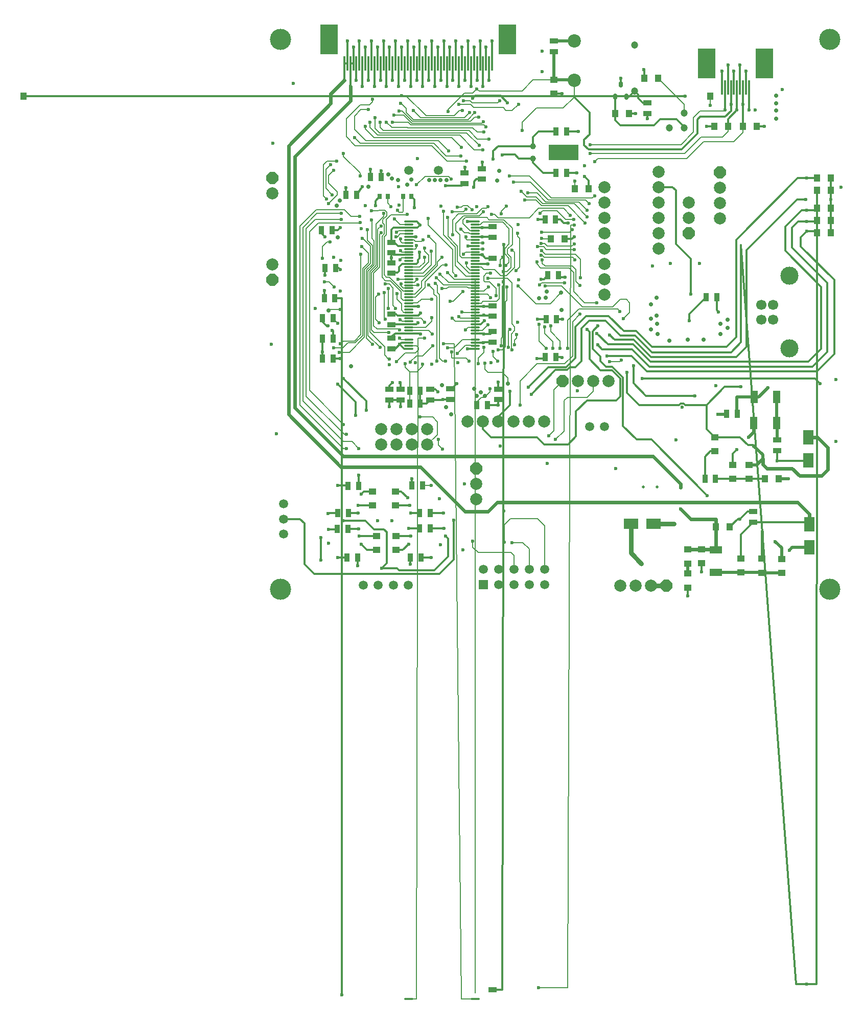
<source format=gbl>
%FSTAX24Y24*%
%MOMM*%
%SFA1B1*%

%IPPOS*%
%AMD34*
4,1,8,0.162560,0.500380,-0.162560,0.500380,-0.325120,0.337820,-0.325120,-0.337820,-0.162560,-0.500380,0.162560,-0.500380,0.325120,-0.337820,0.325120,0.337820,0.162560,0.500380,0.0*
1,1,0.326000,0.162560,0.337820*
1,1,0.326000,-0.162560,0.337820*
1,1,0.326000,-0.162560,-0.337820*
1,1,0.326000,0.162560,-0.337820*
%
%AMD51*
4,1,8,-1.000760,-0.414020,-0.414020,-1.000760,0.414020,-1.000760,1.000760,-0.414020,1.000760,0.414020,0.414020,1.000760,-0.414020,1.000760,-1.000760,0.414020,-1.000760,-0.414020,0.0*
%
%AMD53*
4,1,8,-0.414020,1.000760,-1.000760,0.414020,-1.000760,-0.414020,-0.414020,-1.000760,0.414020,-1.000760,1.000760,-0.414020,1.000760,0.414020,0.414020,1.000760,-0.414020,1.000760,0.0*
%
%ADD10R,0.999998X1.299997*%
%ADD19R,0.299999X4.999990*%
%ADD20R,2.999994X4.999990*%
%ADD21R,0.299999X3.999992*%
%ADD27R,1.749997X2.399995*%
%ADD28R,0.849998X1.399997*%
%ADD29R,1.399997X0.849998*%
%ADD30R,1.299997X0.999998*%
G04~CAMADD=34~8~0.0~0.0~255.9~393.7~64.2~0.0~15~0.0~0.0~0.0~0.0~0~0.0~0.0~0.0~0.0~0~0.0~0.0~0.0~0.0~255.9~393.7*
%ADD34D34*%
%ADD37C,0.299999*%
%ADD38C,0.152000*%
%ADD39C,0.200000*%
%ADD40C,0.799998*%
%ADD41C,0.499999*%
%ADD42C,0.599999*%
%ADD43C,0.319999*%
%ADD46C,1.499997*%
%ADD47C,0.699999*%
%ADD48C,1.999996*%
%ADD49C,1.199998*%
%ADD50R,1.499997X1.499997*%
G04~CAMADD=51~4~0.0~0.0~787.5~787.5~0.0~230.6~0~0.0~0.0~0.0~0.0~0~0.0~0.0~0.0~0.0~0~0.0~0.0~0.0~135.0~787.5~787.5*
%ADD51D51*%
%ADD52C,2.199996*%
G04~CAMADD=53~4~0.0~0.0~787.5~787.5~0.0~230.6~0~0.0~0.0~0.0~0.0~0~0.0~0.0~0.0~0.0~0~0.0~0.0~0.0~45.0~787.5~787.5*
%ADD53D53*%
%ADD54C,1.699997*%
%ADD55C,2.999994*%
%ADD56C,0.100000*%
%ADD57C,0.999998*%
%ADD58C,0.599999*%
%ADD59C,3.499993*%
%ADD60C,0.499999*%
%ADD61R,1.999996X1.249998*%
%ADD62O,1.599997X0.299999*%
%ADD63R,1.249998X1.999996*%
%ADD64R,2.399995X1.749997*%
%ADD65R,4.999990X2.499995*%
%ADD66R,0.799998X0.899998*%
%LN769bi_ltdc-1*%
%LPD*%
G54D10*
X1151999Y1645499D03*
X1174999D03*
X997499Y1379249D03*
X1020499D03*
X1338749Y1565999D03*
X1315749D03*
X1267999D03*
X1290999D03*
X1438499Y1429999D03*
X1461499D03*
X1438499Y1389999D03*
X1461499D03*
X1438499Y1409999D03*
X1461499D03*
Y1479999D03*
X1438499D03*
Y1459999D03*
X1461499D03*
X1293999Y902499D03*
X1270999D03*
X1375249Y982249D03*
X1352249D03*
X1126749Y1587249D03*
X1103749D03*
X1037249Y1462249D03*
X1060249D03*
X1261249Y1615499D03*
X123825D03*
G54D19*
X1325999Y1617499D03*
X1310999Y1642499D03*
X1305999Y1617499D03*
X1290999Y1642499D03*
X1285999Y1617499D03*
X700249Y1682249D03*
X740249D03*
X725249Y1657249D03*
X705249D03*
X685249D03*
X680249Y1682249D03*
X665249Y1657249D03*
X660249Y1682249D03*
X720249D03*
X760249D03*
X765249Y1657249D03*
X745249D03*
X780249Y1682249D03*
X785249Y1657249D03*
X805249D03*
X800249Y1682249D03*
X820249D03*
X825249Y1657249D03*
X840249Y1682249D03*
X845249Y1657249D03*
X860249Y1682249D03*
X865249Y1657249D03*
X880249Y1682249D03*
X885249Y1657249D03*
X900249Y1682249D03*
G54D20*
X1255999Y1669999D03*
X1350999D03*
X925249Y1709749D03*
X630249D03*
G54D21*
X1280999Y1637499D03*
X1320999D03*
X1315999Y1622499D03*
X1300999Y1637499D03*
X1295999Y1622499D03*
X895249Y1662249D03*
X890249Y1677249D03*
X875249Y1662249D03*
X870249Y1677249D03*
X855249Y1662249D03*
X850249Y1677249D03*
X835249Y1662249D03*
X830249Y1677249D03*
X810249D03*
X815249Y1662249D03*
X795249D03*
X775249D03*
X790249Y1677249D03*
X770249D03*
X750249D03*
X755249Y1662249D03*
X735249D03*
X73025Y1677249D03*
X715249Y1662249D03*
X710249Y1677249D03*
X690249D03*
X695249Y1662249D03*
X655249D03*
X670249Y1677249D03*
X675249Y1662249D03*
G54D27*
X1425999Y907249D03*
Y869249D03*
X1423999Y1050999D03*
Y1012999D03*
G54D28*
X678749Y970999D03*
X661249D03*
X636749Y1248249D03*
X619249D03*
X874999Y1104249D03*
X892499D03*
X1272249Y1283249D03*
X1254749D03*
X698749Y1481749D03*
X716249D03*
X657999Y1452249D03*
X675499D03*
X617499Y1393999D03*
X635D03*
X623499Y1331499D03*
X640999D03*
X619249Y1214749D03*
X636749D03*
X636499Y1181499D03*
X618999D03*
X1005749Y1183749D03*
X988249D03*
X1006999Y1246249D03*
X989499D03*
X1010249Y1319249D03*
X992749D03*
X1005249Y1411499D03*
X987749D03*
X1006249Y1488999D03*
X1023749D03*
X1006249Y1556999D03*
X1023749D03*
X1288749Y1089749D03*
X1306249D03*
X1252749Y982499D03*
X1270249D03*
X782249Y852499D03*
X764749D03*
X779749Y900249D03*
X797249D03*
X779999Y925499D03*
X797499D03*
X622249Y1281499D03*
X639749D03*
X780999Y1106999D03*
X763499D03*
X780999Y1128469D03*
X763499D03*
X644749Y925499D03*
X662249D03*
X643499Y899279D03*
X660999D03*
X677499Y852499D03*
X659999D03*
X767499Y971249D03*
X784999D03*
G54D29*
X732969Y1254929D03*
Y1237429D03*
X900719Y1251429D03*
Y1268929D03*
X732999Y1322499D03*
Y1339999D03*
X733219Y1373929D03*
Y1356429D03*
X732969Y1197679D03*
Y1215179D03*
X901309Y1399679D03*
Y1382179D03*
X901189Y136525D03*
Y1347749D03*
X901219Y1225929D03*
Y1208429D03*
X883499Y1478249D03*
Y1495749D03*
X853999Y1488749D03*
Y1471249D03*
X729999Y1130249D03*
Y1112749D03*
X748249D03*
Y1130249D03*
X797499Y1112749D03*
Y1130249D03*
X830999Y1113749D03*
Y1131249D03*
X1372249Y1046499D03*
Y1028999D03*
X1332999Y910499D03*
Y927999D03*
X1002749Y1689499D03*
Y1706999D03*
X1157499Y1604749D03*
Y1587249D03*
X909999Y1130999D03*
Y1113499D03*
G54D30*
X1312749Y827249D03*
Y850249D03*
X1325749Y982499D03*
Y1005499D03*
X1268999Y1027999D03*
Y1050999D03*
X1002749Y1619749D03*
Y1642749D03*
X1347249Y826999D03*
Y849999D03*
X1298999Y982499D03*
Y1005499D03*
X1379749Y849749D03*
Y826749D03*
X708499Y887499D03*
Y864499D03*
X740999D03*
Y887499D03*
X740249Y938249D03*
Y961249D03*
X702249D03*
Y938249D03*
X1224249Y842249D03*
Y865249D03*
X1247479Y842499D03*
Y865499D03*
X1224499Y8255D03*
Y802499D03*
G54D34*
X1113249Y1634999D03*
X1103749Y1614999D03*
X1122749D03*
G54D37*
X678749Y970999D02*
Y988499D01*
X1032499Y1379249D02*
X1035999Y1382749D01*
X1020499Y1379249D02*
X1032499D01*
X1052999Y1482999D02*
X1060249Y1475749D01*
Y1462249D02*
Y1475749D01*
X1018749Y1405999D02*
X1025999D01*
X1013249Y1411499D02*
X1018749Y1405999D01*
X1005249Y1411499D02*
X1013249D01*
X830249Y1694749D02*
D01*
X850249D02*
D01*
X870249D02*
D01*
X890249D02*
D01*
X785249Y1632249D02*
D01*
X865249D02*
D01*
X885249D02*
D01*
X993249Y1316499D02*
X993499Y1316249D01*
X993749Y1316499*
X1372249Y1012499D02*
X1423499D01*
X1423999Y1012999*
X748249Y1101499D02*
Y1112749D01*
X729999D02*
X748249D01*
X1226499Y1244499D02*
Y1254999D01*
X1254749Y1283249*
X1272249Y1261499D02*
X1275249Y1258499D01*
X1272249Y1261499D02*
Y1283249D01*
X1176499Y1465349D02*
X1199399D01*
X1204749Y1459999*
Y1370999D02*
Y1459999D01*
Y1370999D02*
X1229499Y1346249D01*
Y1288249D02*
Y1346249D01*
X1060249Y1462249D02*
X1060499Y1461999D01*
X1240499Y1576999D02*
X1244999Y1581499D01*
X1240499Y1553989D02*
Y1576999D01*
X1214259Y1527749D02*
X1240499Y1553989D01*
X1059749Y1527749D02*
X1214259D01*
X617499Y1388999D02*
X623499Y1382999D01*
X617499Y1388999D02*
Y1393999D01*
X635D02*
X635249Y1393749D01*
X644499*
X648749Y1397999*
X623499Y1319499D02*
Y1331499D01*
X622249Y1294249D02*
D01*
Y1281499D02*
Y1294249D01*
X618749Y1192499D02*
X618999Y1192249D01*
Y1181499D02*
Y1192249D01*
X1304499Y1216749D02*
Y1377749D01*
X1288749Y1200999D02*
X1304499Y1216749D01*
Y1377749D02*
X1406749Y1479999D01*
X1092249Y1204749D02*
X1133999D01*
X1295999Y1191999D02*
X1312499Y1208499D01*
Y1369499*
X1403499Y14605*
X1082249Y1196749D02*
X1132499D01*
X1090999Y1185999D02*
X1131499D01*
X1455749Y1192749D02*
Y1306499D01*
X1445749Y1197749D02*
Y1300249D01*
X1385749Y1360249D02*
X1445749Y1300249D01*
X1397499Y1364749D02*
X1455749Y1306499D01*
X1411499Y1367249D02*
X1467249Y1311499D01*
Y1189249D02*
Y1311499D01*
X1385749Y1360249D02*
Y1399749D01*
X1397499Y1364749D02*
Y1398249D01*
X1411499Y1367249D02*
Y1381999D01*
X1134249Y1140749D02*
Y1169749D01*
X1385749Y1399749D02*
X1413249Y1427249D01*
X1421499*
X1073999Y1222999D02*
X1092249Y1204749D01*
X1074999Y1203999D02*
X1082249Y1196749D01*
X1411499Y1381999D02*
X1421499Y1391999D01*
X1397499Y1398249D02*
X1407249Y1407999D01*
X770999Y1430999D02*
Y1444999D01*
X765999Y1449999D02*
X770999Y1444999D01*
X706999Y1434499D02*
Y1442499D01*
X714249Y1449749*
X716249Y1481749D02*
Y1491999D01*
X1151749Y1659999D02*
X1151999Y1659749D01*
Y1645499D02*
Y1659749D01*
X1218499Y1563249D02*
Y1564999D01*
X1205749Y1577749D02*
X1218499Y1564999D01*
X1178749Y1577749D02*
X1205749D01*
X1168499Y1567499D02*
X1178749Y1577749D01*
X1112249Y1567499D02*
X1168499D01*
X1103749Y1575999D02*
X1112249Y1567499D01*
X1103749Y1575999D02*
Y1587249D01*
X1126999Y1614999D02*
X1136249Y1624249D01*
X1122749Y1614999D02*
X1126999D01*
X1036249Y1614499D02*
X1061749Y1588999D01*
Y1552499D02*
Y1588999D01*
X1052749Y1543499D02*
X1061749Y1552499D01*
X1052749Y1534749D02*
Y1543499D01*
Y1534749D02*
X1059749Y1527749D01*
X1295999Y1591249D02*
Y1604999D01*
X1157499Y1578499D02*
Y1587249D01*
X1149749Y1604749D02*
X1157499D01*
X1141999Y1612499D02*
X1149749Y1604749D01*
X1141999Y1612499D02*
Y1618499D01*
X1136249Y1624249D02*
X1141999Y1618499D01*
X1126749Y1587249D02*
X1138249D01*
X1103749D02*
Y1614999D01*
X1113249Y1634999D02*
Y1645749D01*
X1406749Y1479999D02*
X1421749D01*
X1403499Y14605D02*
X1421499D01*
X1407249Y1407999D02*
X1421749D01*
X762469Y1382929D02*
X773999D01*
X859719Y1197929D02*
X872469D01*
X884649Y1064849D02*
Y1077249D01*
X745999Y830999D02*
X804499D01*
X742499Y834499D02*
X745999Y830999D01*
X717499Y834499D02*
X742499D01*
X717499D02*
X725499Y842499D01*
Y894249*
X823249Y887249D02*
X827499Y882999D01*
X720999Y898749D02*
X725499Y894249D01*
X704249Y898749D02*
X720999D01*
X689999Y912999D02*
X704249Y898749D01*
X653999Y912999D02*
X689999D01*
X836499Y848749D02*
Y914249D01*
X812499Y824749D02*
X836499Y848749D01*
X616499Y848249D02*
Y884749D01*
X605499Y824749D02*
X812499D01*
X588999Y841249D02*
X605499Y824749D01*
X588999Y841249D02*
Y908749D01*
X581749Y915999D02*
X588999Y908749D01*
X554249Y915999D02*
X581749D01*
X764999Y840749D02*
Y851819D01*
X764529Y852279D02*
X764999Y851819D01*
X657999Y1452249D02*
Y1464249D01*
X916999Y1517999D02*
X917999Y1518999D01*
X909999Y1532999D02*
X967999D01*
X901999Y1524999D02*
X909999Y1532999D01*
X967999D02*
X968249Y1532749D01*
X881679Y1237929D02*
X887749Y1243999D01*
X872469Y1237929D02*
X881679D01*
X872469Y1252929D02*
X900469D01*
X777929D02*
X781499Y1256499D01*
X743319Y1252929D02*
X777929D01*
X780539Y1402569D02*
X780679D01*
X780749Y1402499*
X919749Y1368249D02*
Y1370249D01*
X916749Y136525D02*
X919749Y1368249D01*
X1323999Y1037999D02*
X1332999D01*
X1310999Y1050999D02*
X1323999Y1037999D01*
X1268999Y1050999D02*
X1310999D01*
X1332999Y1037999D02*
X1333999Y1036999D01*
X1255999Y1565999D02*
X1267999D01*
X1338749D02*
X1350999D01*
X1315999Y1566249D02*
Y1604999D01*
X901999Y1511999D02*
Y1524999D01*
X917999Y1518999D02*
X937999D01*
X944249Y1512749*
X968249*
X1023749Y1488999D02*
X1040999D01*
X1023749Y1556999D02*
X1042999D01*
X967999Y1512499D02*
X968249Y1512749D01*
X976999Y1556999D02*
X1006249D01*
X968249Y1548249D02*
X976999Y1556999D01*
X968249Y1532749D02*
Y1548249D01*
X1312749Y850249D02*
Y890249D01*
X1252749Y982499D02*
X1252999Y982749D01*
Y1019249*
X1261749Y1027999*
X1268999*
X1372249Y1012499D02*
Y1028999D01*
X1270249Y982499D02*
X1298999D01*
X1351999D02*
X1352249Y982249D01*
X1325749Y982499D02*
X1351999D01*
X1298999D02*
X1325749D01*
X657749Y1451999D02*
X657999Y1452249D01*
X975999Y1411499D02*
X987749D01*
X1007749Y1246999D02*
X1016999D01*
X869969Y1464719D02*
X870249Y1464999D01*
Y1474749*
X873749Y1478249*
X883499*
Y1495749D02*
X883749Y1495999D01*
Y1506499*
X855499Y1490249D02*
Y1497749D01*
X853999Y1488749D02*
X855499Y1490249D01*
X698749Y1481749D02*
Y1494999D01*
X622249Y1281499D02*
D01*
X636499Y1181499D02*
X636749Y1181249D01*
X648749*
X618749Y1181749D02*
X618999Y1181499D01*
X729999Y1101749D02*
Y1112749D01*
Y1130249D02*
Y1136809D01*
X909999Y1104249D02*
Y1113499D01*
X1005249Y1181249D02*
X1005499Y1180999D01*
X1006999Y1246249D02*
X1007749Y1246999D01*
X909969Y1142279D02*
X909999Y1142249D01*
Y1130999D02*
Y1142249D01*
X797249Y900249D02*
X820249D01*
X764529Y852279D02*
X764749Y852499D01*
X872469Y1207929D02*
X885929D01*
X872469D02*
D01*
X885929D02*
X885999Y1207999D01*
X872469Y1207929D02*
X872539Y1207999D01*
X885999D02*
X886429Y1208429D01*
X901219*
X897789Y1222499D02*
X901219Y1225929D01*
X886499Y1222499D02*
X897789D01*
X886069Y1222929D02*
X886499Y1222499D01*
X872469Y1222929D02*
X886069D01*
X900309Y1383179D02*
X901309Y1382179D01*
X883999Y1383179D02*
X900309D01*
X901189Y136525D02*
X916749D01*
X899629Y1397999D02*
X901309Y1399679D01*
X884249Y1397999D02*
X899629D01*
X883749Y1382929D02*
X883999Y1383179D01*
X872469Y1382929D02*
X883749D01*
X889499Y1347749D02*
X901189D01*
X884249Y1352999D02*
X889499Y1347749D01*
X884179Y1352929D02*
X884249Y1352999D01*
X872469Y1352929D02*
X884179D01*
Y1397929D02*
X884249Y1397999D01*
X872469Y1397929D02*
X884179D01*
X872469Y1337929D02*
X893499D01*
X872469D02*
D01*
X779999Y1347749D02*
Y1357499D01*
X731719Y1237929D02*
D01*
X872469Y1267929D02*
X900469D01*
X872469Y1222929D02*
D01*
X732969Y1218179D02*
X739719Y1222929D01*
X737769Y1356729D02*
D01*
X737779Y1356679D02*
D01*
D01*
D01*
Y1356689D02*
Y1356679D01*
X733469Y1374929D02*
Y1394929D01*
X736469Y1397929*
X733519Y1355439D02*
X734049Y1355599D01*
X737769Y1356729*
X733219Y1356429D02*
X734049Y1355599D01*
X737779Y1356689D02*
D01*
X737769Y1356729D02*
X737779Y1356689D01*
X733219Y1347969D02*
Y1355349D01*
Y1356429*
X732689Y1355179D02*
X733219Y1355349D01*
X733519Y1355439*
X733219Y1340219D02*
Y1347969D01*
X732999Y1339999D02*
X733219Y1340219D01*
X734049Y1355599D02*
X736719Y1352929D01*
X762469*
X746249Y1332749D02*
X751429Y1337929D01*
X746249Y1326499D02*
Y1332749D01*
X743499Y1323749D02*
X746249Y1326499D01*
X734249Y1323749D02*
X743499D01*
X732999Y1322499D02*
X734249Y1323749D01*
X736469Y1397929D02*
X776179D01*
X780749Y1402499*
X762469Y1407929D02*
X775319D01*
X780749Y1402499*
X739719Y1222929D02*
X762469D01*
X762539Y1222999*
X780499*
X781749Y1221749*
X732969Y1254929D02*
X741319D01*
X743319Y1252929*
X860069Y1367929D02*
X872469D01*
X762469Y1267929D02*
X762599Y1268059D01*
X778539*
X731719Y1237929D02*
X774429D01*
X777499Y1240999*
X1461499Y1459999D02*
Y1479999D01*
Y1409999D02*
Y1429999D01*
Y1389999D02*
Y1409999D01*
X1421749Y1479999D02*
X1438499D01*
X1421499Y14605D02*
X1437999D01*
X1438499Y1459999*
X1421499Y1427249D02*
X1435749D01*
X1438499Y1429999*
X1421749Y1407999D02*
X1436499D01*
X1438499Y1409999*
X1421499Y1391999D02*
X1436499D01*
X1438499Y1389999*
X724999Y1131809D02*
X729999Y1130249D01*
X684749Y1466249D02*
X684999Y1465999D01*
X675499Y1452249D02*
X684749Y1466249D01*
X853999Y1471249D02*
Y1471749D01*
X975749Y1246499D02*
X989499Y1246249D01*
X797499Y925499D02*
X819749D01*
X643999Y971499D02*
X660749D01*
X782249Y852499D02*
X799749D01*
X1002749Y1619749D02*
X1015749D01*
X1312749Y890249D02*
X1332999Y910499D01*
X1422749*
X1425999Y907249*
X1255499Y1064499D02*
X1268999Y1050999D01*
X1255499Y1064499D02*
Y1104499D01*
X1298999Y1005499D02*
Y1024249D01*
X1305249Y1030499*
X729999Y1136809D02*
X734969Y1141779D01*
X929749Y1104749D02*
Y1127249D01*
X910049Y1085049D02*
X929749Y1104749D01*
X910049Y1077249D02*
Y1085049D01*
X822749Y1467249D02*
X849999D01*
X853999Y1471249*
X967999Y1505499D02*
Y1512499D01*
Y1505499D02*
X984499Y1488999D01*
X1006249*
X830999Y1131249D02*
X833249D01*
X841749Y1139749*
X818499Y1113749D02*
X830999D01*
X892499Y1104249D02*
X909999D01*
X748249Y1130249D02*
Y1140999D01*
X747499Y1141749D02*
X748249Y1140999D01*
X780999Y1106999D02*
Y1128469D01*
Y1106999D02*
X791749D01*
X797499Y1112749*
X817499*
X818499Y1113749*
X797499Y1130249D02*
X806249D01*
X810249Y1126249*
X751429Y1337929D02*
X762469D01*
X774679*
X777249Y1340499*
Y1344999*
X779999Y1347749*
X738719Y1373429D02*
X74422Y1367929D01*
X761719*
X640999Y1331499D02*
X645999D01*
X648749Y1328749*
X639749Y1281499D02*
X650999D01*
X651069Y128143*
X1293999Y902499D02*
X1307249Y915749D01*
X1310999*
X1323249Y927999D02*
X1332999D01*
X1310999Y915749D02*
X1323249Y927999D01*
X859319Y1407929D02*
X872469D01*
X1461499Y1429999D02*
Y1444999D01*
Y1459999*
X655249Y1669749D02*
X660249D01*
X665249D02*
X670249D01*
X754319Y1197929D02*
X762469D01*
X747249Y1204999D02*
X754319Y1197929D01*
X750179Y1207929D02*
X762469D01*
X747249Y1204999D02*
X750179Y1207929D01*
X732969Y1197679D02*
X739929D01*
X747249Y1204999*
X619249Y1192999D02*
Y1214749D01*
X618749Y1192499D02*
X619249Y1192999D01*
Y1241999D02*
Y1248249D01*
Y1241999D02*
X625999Y1235249D01*
X627999*
X636749Y1214749D02*
Y1226999D01*
X635499Y1228249D02*
X636749Y1226999D01*
X1220009Y1104499D02*
X1255499D01*
X1217489Y1107019D02*
X1220009Y1104499D01*
X1212509Y1107019D02*
X1217489D01*
X1209989Y1104499D02*
X1212509Y1107019D01*
X1144249Y1104499D02*
X1209989D01*
X1123999Y1124749D02*
X1144249Y1104499D01*
X1123999Y1124749D02*
Y1158249D01*
X1123749Y1158499D02*
X1123999Y1158249D01*
X1133999Y1204749D02*
X1162749Y1175999D01*
X1423999*
X1445749Y1197749*
X1132499Y1196749D02*
X1160999Y1168249D01*
X1431249*
X1455749Y1192749*
X1285749Y1134749D02*
X1312499D01*
X1255499Y1104499D02*
X1285749Y1134749D01*
X1148749Y1148249D02*
X1434999D01*
X1443249Y1139999*
X1131499Y1185999D02*
X1156999Y1160499D01*
X1438499*
X1467249Y1189249*
X1163999Y1047249D02*
X1256499Y954749D01*
X1061999Y1180249D02*
Y1225499D01*
X1057499Y1229999D02*
X1061999Y1225499D01*
X1066519Y1226519D02*
X1075499Y1235499D01*
X1075749*
X678249Y938249D02*
X701469D01*
X662249Y925499D02*
X678499D01*
X628749D02*
X644749D01*
X628499Y925249D02*
X628749Y925499D01*
X661469Y899749D02*
X679499D01*
X660999Y899279D02*
X661469Y899749D01*
X643219Y898999D02*
X643499Y899279D01*
X628999Y898999D02*
X643219D01*
X644499Y852499D02*
X659999D01*
X677499Y838499D02*
Y852499D01*
X677249Y838249D02*
X677499Y838499D01*
X680249Y887249D02*
X708249D01*
X708499Y887499*
X682999Y873749D02*
X692249Y864499D01*
X708499*
X767499Y971249D02*
Y982249D01*
D01*
X804499Y830999D02*
X827499Y853999D01*
Y882999*
X752249Y864499D02*
X762249Y874499D01*
X740999Y864499D02*
X752249D01*
X741249Y887249D02*
X765749D01*
X740999Y887499D02*
X741249Y887249D01*
X779499Y900499D02*
X779749Y900249D01*
X740249Y938249D02*
X763999D01*
X749749Y961249D02*
X760249Y950749D01*
X740249Y961249D02*
X749749D01*
X653749Y1148499D02*
X691499Y1110749D01*
Y1095749D02*
X691999D01*
X644499Y1138749D02*
X673999Y1109249D01*
Y1087249D02*
Y1109249D01*
X691499Y1095749D02*
Y1110749D01*
X765249Y925499D02*
X779999D01*
X762Y899999D02*
X778999D01*
X779499Y900499*
X683249Y956749D02*
X687749Y961249D01*
X702249*
X1066519Y1197229D02*
Y1226519D01*
X1139499Y1047249D02*
X1163999D01*
X1005749Y1183749D02*
X1015499D01*
X1015749Y1183499*
X974679Y1181429D02*
X985929D01*
X988249Y1183749*
X959999Y1133999D02*
X992999Y1166999D01*
X1022749*
X1037999Y1182249*
Y1233999*
X964999Y1121999D02*
X1005479Y1162479D01*
X1024619*
X1029139Y1166999*
X1037749*
X1047999Y1177249*
Y1230999*
X1117249Y1069499D02*
X1139499Y1047249D01*
X1079199Y1177549D02*
Y1184549D01*
X1066519Y1197229D02*
X1079199Y1184549D01*
Y1177549D02*
X1088499Y1168249D01*
X1099249*
X1117249Y1150249*
Y1069499D02*
Y1150249D01*
X1061999Y1180249D02*
X1079999Y1162249D01*
X1098859*
X1112729Y1148379*
Y1118749D02*
Y1148379D01*
X1106229Y1112249D02*
X1112729Y1118749D01*
X986499Y1312999D02*
X992749Y1319249D01*
X981749Y1312999D02*
X986499D01*
X1010249Y1319249D02*
X1013249Y1316249D01*
X1021499*
X1047999Y1230999D02*
X1061249Y1244249D01*
X1037999Y1233999D02*
X1055749Y1251749D01*
X1061249Y1244249D02*
X1087999D01*
X1112499Y1219749*
X1055749Y1251749D02*
X1093249D01*
X1118249Y1226749*
X1112499Y1219749D02*
X1137499D01*
X1165249Y1191999*
X1295999*
X1118249Y1226749D02*
X1138999D01*
X1164749Y1200999*
X1288749*
X1236479Y1119729D02*
X1236499Y1119749D01*
X1155269Y1119729D02*
X1236479D01*
X1134249Y1140749D02*
X1155269Y1119729D01*
X884649Y1064849D02*
X898499Y1050999D01*
X974809*
X986559Y1039249*
X1039249Y1094249D02*
X1057249Y1112249D01*
X1106229*
X986559Y1039249D02*
X1025999D01*
X1039249Y1052499*
Y1094249*
X880249Y1682249D02*
Y1707249D01*
X867749Y1612499D02*
X871749Y1616499D01*
X914249*
X925749Y1604999*
X1290999Y1565999D02*
Y1577499D01*
X1305999Y1592499*
X1244999Y1581499D02*
X1286249D01*
X1295999Y1591249*
X1220249Y1615499D02*
X123825D01*
X1247479Y828769D02*
Y842499D01*
Y828769D02*
X1247499Y828749D01*
X1224499Y788749D02*
Y802499D01*
G54D38*
X988249Y1354249D02*
X1038499D01*
X1033499Y1348999D02*
X1037499Y1344999D01*
X986469Y1348999D02*
X1033499D01*
X1032999Y1334499D02*
X1038999Y1328499D01*
X987999Y1334499D02*
X1032999D01*
X991749Y1367749D02*
X1032249D01*
X987499Y1371999D02*
X991749Y1367749D01*
X1032249D02*
X1035999Y1371499D01*
X982999Y1379249D02*
X997499D01*
X1066119Y1446869D02*
X1069999Y1450749D01*
X1026249Y1434249D02*
X1054499Y1405999D01*
X981999Y1434249D02*
X1026249D01*
X1036249Y1437749D02*
X1057999Y1415999D01*
X98425Y1437749D02*
X1036249D01*
X1043709Y1440789D02*
X1057249Y1427249D01*
X1030749Y1402499D02*
X1036249D01*
X1028749Y1390499D02*
X1032749Y1394499D01*
X1055419Y1443829D02*
X1060999Y1438249D01*
X993419Y1443829D02*
X1055419D01*
X998129Y1446869D02*
X1066119D01*
X1037249Y1475249D02*
X1037499Y1475499D01*
X1037249Y1462249D02*
Y1475249D01*
X875499Y1544999D02*
X895249D01*
X861749Y1558749D02*
X875499Y1544999D01*
X719999Y1558749D02*
X861749D01*
X714749Y1563999D02*
X719999Y1558749D01*
X714749Y1563999D02*
Y1572499D01*
X857989Y1554999D02*
X878619Y1534369D01*
X713749Y1554999D02*
X857989D01*
X705999Y1562749D02*
X713749Y1554999D01*
X846499Y1551249D02*
X870749Y1526999D01*
X710499Y1551249D02*
X846499D01*
X697999Y1563749D02*
X710499Y1551249D01*
X832999Y1546999D02*
X848999Y1530999D01*
X704749Y1546999D02*
X832999D01*
X690499Y1561249D02*
X704749Y1546999D01*
X811499Y1541999D02*
X827999Y1525499D01*
X690999Y1541999D02*
X811499D01*
X671999Y1560999D02*
X690999Y1541999D01*
X803249Y1537999D02*
X824249Y1516999D01*
X681499Y1537999D02*
X803249D01*
X671999Y1547499D02*
X681499Y1537999D01*
X1022249Y1411749D02*
X1035249D01*
X982499Y1390499D02*
X1028749D01*
X1025249Y1397D02*
X1030749Y1402499D01*
X977499Y1397D02*
X1025249D01*
X1038999Y1308999D02*
X1045749Y1302249D01*
X1038999Y1308999D02*
Y1328499D01*
X624999Y1494749D02*
X632749Y1502499D01*
X827779Y1483219D02*
X831999Y1478999D01*
X789159Y1483219D02*
X827779D01*
X774969Y1469029D02*
X789159Y1483219D01*
X626499Y1374749D02*
X631999D01*
X896749Y1126249D02*
Y1131499D01*
X771359Y1307929D02*
X775509Y1312079D01*
X762469Y1307929D02*
X771359D01*
X861459Y1297929D02*
X872469D01*
X858999Y1300389D02*
X861459Y1297929D01*
X827889Y1300389D02*
X858999D01*
X824749Y1297249D02*
X827889Y1300389D01*
X817249Y1297249D02*
X824749D01*
X748999Y1301299D02*
Y1305249D01*
Y1301299D02*
X752369Y1297929D01*
X762469*
X769499Y1591999D02*
X781169Y1580329D01*
X854339*
X884429Y1372929D02*
X884499Y1372999D01*
X872469Y1372929D02*
X884429D01*
X1007999Y1425999D02*
X1022249Y1411749D01*
X983999Y1425999D02*
X1007999D01*
X979999Y1421999D02*
X983999Y1425999D01*
X972499Y1443749D02*
X981999Y1434249D01*
X1300249Y1540249D02*
X1315999Y1555999D01*
X1250499Y1540249D02*
X1300249D01*
X1222749Y1512499D02*
X1250499Y1540249D01*
X1315999Y1555999D02*
Y1566249D01*
X1074999Y1512499D02*
X1222749D01*
X1246439Y1547939D02*
X1281939D01*
X1238809Y1540309D02*
X1246439Y1547939D01*
X1219249Y1520749D02*
X1238809Y1540309D01*
X1062499Y1520749D02*
X1219249D01*
X1281939Y1547939D02*
X1290999Y1556999D01*
X1244999Y1591499D02*
X1284999D01*
X1233999Y1580499D02*
X1244999Y1591499D01*
X1233999Y1556249D02*
Y1580499D01*
X1213499Y1535749D02*
X1233999Y1556249D01*
X1062499Y1535749D02*
X1213499D01*
X1290999Y1556999D02*
Y1565999D01*
X1070249Y1507749D02*
X1074999Y1512499D01*
X581499Y1400499D02*
X608999Y1427999D01*
X581499Y1104499D02*
Y1400499D01*
Y1104499D02*
X653499Y1032499D01*
X586499Y1398249D02*
X609749Y1421499D01*
X586499Y1111499D02*
Y1398249D01*
Y1111499D02*
X653999Y1043999D01*
X591999Y1396249D02*
X607179Y1411429D01*
X591999Y1118749D02*
Y1396249D01*
X612649Y1406149D02*
X680899D01*
X597499Y1390999D02*
X612649Y1406149D01*
X597499Y1128999D02*
Y1390999D01*
Y1128999D02*
X653999Y1072499D01*
X618999Y1367249D02*
X626499Y1374749D01*
X618999Y1346999D02*
Y1367249D01*
X636749Y1246249D02*
Y1248249D01*
X608999Y1427999D02*
X655249D01*
X609749Y1421499D02*
X649999D01*
X607179Y1411429D02*
X650069D01*
X752999Y1425249D02*
Y1449999D01*
X727249Y1438499D02*
X732749Y1432999D01*
X727249Y1438499D02*
Y1449749D01*
X917869Y1407119D02*
X928249Y1396749D01*
X884629Y1407119D02*
X917869D01*
X928249Y1370749D02*
Y1396749D01*
X624999Y1463249D02*
Y1494749D01*
X620999Y1450499D02*
Y1502249D01*
X628999Y1484749D02*
X637499Y1493249D01*
X628999Y1471999D02*
Y1484749D01*
X788999Y1298959D02*
Y1308079D01*
X783249Y1309399D02*
X809789Y1335939D01*
X783249Y1298999D02*
Y1309399D01*
X772179Y1287929D02*
X783249Y1298999D01*
X762469Y1287929D02*
X772179D01*
X777429Y1302929D02*
X777749Y1303249D01*
X775509Y1312079D02*
Y1312249D01*
X762469Y1317929D02*
X787479D01*
X809789Y1335939D02*
Y1341789D01*
X816999Y1348999*
X742749Y1279499D02*
Y1288999D01*
Y1279499D02*
X750219Y1272029D01*
X748999Y1281499D02*
Y1292699D01*
X731239Y1310459D02*
X748999Y1292699D01*
X753069Y1292929D02*
X762469D01*
X730029Y1315969D02*
X753069Y1292929D01*
X723539Y1310459D02*
X731239D01*
X725059Y1315969D02*
X730029D01*
X721049Y1319969D02*
X725059Y1315969D01*
X744249Y1312999D02*
X744319Y1312929D01*
X762469*
X718009Y1315989D02*
X723539Y1310459D01*
X718009Y1315989D02*
Y1384039D01*
X721049Y1319969D02*
Y1382779D01*
X718009Y1384039D02*
X721779Y1387809D01*
X721049Y1382779D02*
X724819Y1386549D01*
X707789Y1404289D02*
X720249Y1416749D01*
X721779Y1387809D02*
Y1402939D01*
X719249Y1405469D02*
X721779Y1402939D01*
X787479Y1317929D02*
X806749Y1337199D01*
X785719Y1322929D02*
X798999Y1336209D01*
X781749Y1327929D02*
X795499Y1341679D01*
X809499Y1290999D02*
Y1302499D01*
X805999Y1305999D02*
X809499Y1302499D01*
Y1290999D02*
X812999Y1287499D01*
X921769Y1200809D02*
Y1205549D01*
X921719Y1205609D02*
X921769Y1205549D01*
X728479Y1180929D02*
X729719D01*
X721969Y1187439D02*
X728479Y1180929D01*
X808249Y1177749D02*
X808999Y1176999D01*
X808249Y1177749D02*
Y1283509D01*
X933249Y1360999D02*
X937009Y1357239D01*
Y1332029D02*
Y1357239D01*
X934599Y1329619D02*
X937009Y1332029D01*
X925499Y1362249D02*
X933719Y1370469D01*
X925499Y1355249D02*
Y1362249D01*
Y1355249D02*
X931749Y1348999D01*
X933719Y1370469D02*
Y1397029D01*
X931749Y1332249D02*
Y1348999D01*
X1218499Y1588249D02*
Y1601999D01*
X1174999Y1645499D02*
X1218499Y1601999D01*
X886619Y1568129D02*
X889749Y1564999D01*
X765719Y1568129D02*
X886619D01*
X760849Y1572999D02*
X765719Y1568129D01*
X735249Y1572999D02*
X760849D01*
X882919Y1571169D02*
X885499Y1573749D01*
X766979Y1571169D02*
X882919D01*
X753899Y1584249D02*
X766979Y1571169D01*
X737499Y1584249D02*
X753899D01*
X87122Y1580749D02*
X877749D01*
X864679Y1574209D02*
X87122Y1580749D01*
X768239Y1574209D02*
X864679D01*
X751449Y1590999D02*
X768239Y1574209D01*
X745749Y1590999D02*
X751449D01*
X860249Y1577249D02*
X871499Y1588499D01*
X769499Y1577249D02*
X860249D01*
X774249Y1563649D02*
X786749D01*
X774229Y1563669D02*
X774249Y1563649D01*
X786749D02*
X786769Y1563669D01*
X750249Y1616999D02*
X756999D01*
X762469Y1377929D02*
X762749Y1377649D01*
X837049Y1198999D02*
X850979Y1212929D01*
X826499Y1198999D02*
X837049D01*
X842749Y1190249D02*
X855709Y1203209D01*
X837229Y1206249D02*
X848909Y121793D01*
X819749Y1206249D02*
X837229D01*
X872189Y1203209D02*
X872469Y1202929D01*
X855709Y1203209D02*
X872189D01*
X835759Y1276499D02*
X852009Y1292749D01*
X910969Y1303679D02*
X912249Y1302399D01*
X907429Y1275929D02*
X912249Y1280749D01*
Y1302399*
X886249Y1310499D02*
X888039Y1308719D01*
X893259Y1313999D02*
X925899D01*
X934599Y1329579D02*
Y1329619D01*
X924029Y1318999D02*
X934599Y1329579D01*
X888209Y1430009D02*
X890759D01*
X888189Y1430029D02*
X888209Y1430009D01*
X961499Y1483499D02*
X998129Y1446869D01*
X928499Y1483499D02*
X961499D01*
X963499Y1473749D02*
X993419Y1443829D01*
X935749Y1473749D02*
X963499D01*
X988959Y1440789D02*
X1043709D01*
X974249Y1455499D02*
X988959Y1440789D01*
X958999Y1455499D02*
X974249D01*
X973249Y1448749D02*
X98425Y1437749D01*
X957999Y1448749D02*
X973249D01*
X948249Y1458499D02*
X957999Y1448749D01*
X954249Y1443749D02*
X972499D01*
X1036249Y1614499D02*
Y1642249D01*
X950249Y1558999D02*
Y1572499D01*
X973999Y1596249*
X1017999*
X1036249Y1614499*
X949749Y1624249D02*
X968249Y1642749D01*
X878749Y1624249D02*
X949749D01*
X667999Y1043999D02*
X679249Y1032749D01*
X653999Y1043999D02*
X667999D01*
X653499Y1032499D02*
X658499D01*
X680899Y1406149D02*
X681249Y1406499D01*
X655249Y1427999D02*
X66675Y1416499D01*
X680999*
X628999Y1471999D02*
X643499Y1457499D01*
X620999Y1450499D02*
X625499Y1445999D01*
X842489Y1342399D02*
X861959Y1322929D01*
X842489Y1342399D02*
Y1368009D01*
X826999Y1383499D02*
X842489Y1368009D01*
X826999Y1383499D02*
Y1414749D01*
X826749Y1414999D02*
X826999Y1414749D01*
X921719Y1205609D02*
Y1275429D01*
X775009Y1364899D02*
Y1368249D01*
X854339Y1580329D02*
X862999Y1588999D01*
X868079Y1563669D02*
X875249Y1556499D01*
X786769Y1563669D02*
X868079D01*
X765999D02*
X774229D01*
X765979Y1563689D02*
X765999Y1563669D01*
X760249Y1563689D02*
X765979D01*
X760229Y1563709D02*
X760249Y1563689D01*
X749499Y1563709D02*
X760229D01*
X749479Y1563729D02*
X749499Y1563709D01*
X740249Y1563729D02*
X749479D01*
X740229Y1563749D02*
X740249Y1563729D01*
X734499Y1563749D02*
X740229D01*
X626999Y1508249D02*
X642749D01*
X620999Y1502249D02*
X626999Y1508249D01*
X790619Y1583369D02*
X837129D01*
X756999Y1616999D02*
X790619Y1583369D01*
X875249Y1556499D02*
X886249D01*
X889749Y1564999D02*
X889999Y1565249D01*
X658499Y1548749D02*
X673249Y1533999D01*
X870749Y1526999D02*
X884749D01*
X697999Y1563749D02*
Y1572499D01*
X837129Y1583369D02*
X845999Y1592249D01*
X725249Y1572999D02*
X734499Y1563749D01*
X932969Y1238679D02*
X937749Y1233899D01*
X883679Y1227929D02*
X893249Y1237499D01*
X839259Y1243179D02*
X872219D01*
X848009Y1247929D02*
X872469D01*
X872219Y1243179D02*
X872469Y1242929D01*
X834039Y1248399D02*
X839259Y1243179D01*
X859969Y1232929D02*
X872469D01*
X856219Y1229179D02*
X859969Y1232929D01*
X812999Y1182229D02*
X817979Y1177249D01*
X812999Y1182229D02*
Y1287499D01*
X764469Y1175429D02*
Y1175969D01*
X774499Y1185999*
X784999*
X801499Y1202499*
X803249Y1288509D02*
Y1295249D01*
Y1288509D02*
X808249Y1283509D01*
X750219Y1261749D02*
Y1272029D01*
X789679Y1232929D02*
X800249Y1243499D01*
Y1249249*
X735749Y1269249D02*
X740499Y1264499D01*
X735749Y1269249D02*
Y1298529D01*
X745499Y1230249D02*
X746749Y1228999D01*
X721749Y1247249D02*
X722749Y1246249D01*
X721749Y1247249D02*
Y1290999D01*
X728499Y1263999D02*
Y1297749D01*
X729529Y1304749D02*
X735749Y1298529D01*
X722999Y1304749D02*
X729529D01*
X752569Y1277929D02*
X762469D01*
X748999Y1281499D02*
X752569Y1277929D01*
X794249Y1402499D02*
X834819Y1361929D01*
X794249Y1402499D02*
Y1413179D01*
X856759Y1317929D02*
X872469D01*
X857499Y1334249D02*
X863819Y1327929D01*
X872469*
X857499Y1334249D02*
Y1339999D01*
X924999Y1325499D02*
X931749Y1332249D01*
X918999Y1325499D02*
X924999D01*
X923249Y1335249D02*
X928249Y1340249D01*
Y1347749*
X920999Y1354999D02*
X928249Y1347749D01*
X920999Y1354999D02*
Y1363499D01*
X928249Y1370749*
X885179Y1275929D02*
X907429D01*
X886469Y1292929D02*
X893849Y1300309D01*
X830259Y1276499D02*
X835759D01*
X834819Y1324329D02*
X840249Y1318899D01*
X819249Y1386119D02*
Y1424999D01*
X839449Y1335239D02*
X856759Y1317929D01*
X839449Y1335239D02*
Y1365919D01*
X819249Y1386119D02*
X839449Y1365919D01*
X837319Y1312929D02*
X872469D01*
X826249Y1323999D02*
X837319Y1312929D01*
X826999Y1589999D02*
Y1593999D01*
X624999Y1463249D02*
X635499Y1452749D01*
X690499Y1561249D02*
Y1565749D01*
X699999Y1425999D02*
X710999D01*
X653999Y1515999D02*
Y1520999D01*
Y1515999D02*
X681499Y1488499D01*
Y1483499D02*
Y1488499D01*
X682499Y1593499D02*
X694999D01*
X671999Y1582999D02*
X682499Y1593499D01*
X671999Y1560999D02*
Y1582999D01*
X681249Y1601499D02*
X696999D01*
X658499Y1578749D02*
X681249Y1601499D01*
X720249Y1416749D02*
Y1421499D01*
X658499Y1548749D02*
Y1578749D01*
X1005249Y1411499D02*
X1006499Y1412749D01*
X877049Y1173059D02*
Y1182299D01*
X705999Y1562749D02*
Y1580249D01*
X757999Y1588749D02*
X769499Y1577249D01*
X878619Y1534369D02*
X878749Y1534499D01*
X987299Y832699D02*
X987599Y832999D01*
Y904549*
X975349Y916799D02*
X987599Y904549D01*
X930349Y916799D02*
X975349D01*
X920049Y906499D02*
X930349Y916799D01*
X920049Y877099D02*
Y906499D01*
X961849Y832749D02*
X961899Y832699D01*
X961849Y832749D02*
Y866299D01*
X951249Y876899D02*
X961849Y866299D01*
X932749Y876899D02*
X951249D01*
X936349Y832849D02*
X936499Y832699D01*
X936349Y832849D02*
Y855049D01*
X931099Y860299D02*
X936349Y855049D01*
X877099Y860299D02*
X931099D01*
X868349Y869049D02*
X877099Y860299D01*
X868349Y869049D02*
Y878799D01*
X839999Y1392899D02*
Y1404999D01*
X919499Y1411249D02*
X933719Y1397029D01*
X9144Y1318999D02*
X924029D01*
X904399Y1328999D02*
X9144Y1318999D01*
X913469Y1344469D02*
X917999Y1348999D01*
X913469Y1335429D02*
Y1344469D01*
X886499Y1328999D02*
X904399D01*
X882569Y1332929D02*
X886499Y1328999D01*
X872399Y1377999D02*
X872469Y1377929D01*
X858999Y1377999D02*
X872399D01*
X85725Y1379749D02*
X858999Y1377999D01*
X85725Y1379749D02*
Y1383249D01*
X925899Y1313999D02*
X932969Y1306929D01*
X848749Y1395939D02*
X854759Y1389929D01*
X852749Y1354499D02*
X856179Y1357929D01*
X872469*
X846499Y1351249D02*
Y1386399D01*
Y1351249D02*
X849819Y1347929D01*
X872469*
X839999Y1392899D02*
X846499Y1386399D01*
X886249Y1310499D02*
Y1317999D01*
X890929Y1322679*
X897719*
X872469Y1372929D02*
X879319D01*
X861959Y1322929D02*
X872469D01*
X795499Y1341679D02*
Y1352249D01*
X788499Y1359249D02*
X795499Y1352249D01*
X788499Y1359249D02*
Y1364249D01*
X798999Y1336209D02*
Y1359249D01*
X780259Y1332929D02*
X788249Y1340919D01*
Y1348999*
X762469Y1327929D02*
X781749D01*
X806749Y1337199D02*
Y1372249D01*
X740719Y1383179D02*
X743219D01*
X872469Y1312929D02*
D01*
X872219Y131318D02*
X872469Y1312929D01*
X748219Y1359679D02*
X749969Y1357929D01*
X762469*
X748469Y1375679D02*
X751219Y1372929D01*
X762469*
X750719Y1242929D02*
X762469D01*
X871969Y1303429D02*
X872469Y1302929D01*
X871969Y1307429D02*
X872469Y1307929D01*
X762469Y1362929D02*
X762719Y1363179D01*
X762469Y1302929D02*
X762719Y1303179D01*
X762469Y1322929D02*
X785719D01*
X892219Y1287929D02*
X897969Y1282179D01*
X872469Y1287929D02*
X892219D01*
X872469Y1372929D02*
D01*
X747969Y1402929D02*
X762469D01*
X747969Y1387929D02*
X762469D01*
X748469Y1375679D02*
Y1379929D01*
X743219Y1383179D02*
X747969Y1387929D01*
X744969Y1392929D02*
X762469D01*
X747469Y1246179D02*
X750719Y1242929D01*
X872469Y1292929D02*
X886469D01*
X863469Y1387929D02*
X872469D01*
X861469Y1389929D02*
X863469Y1387929D01*
X872469Y1372929D02*
X872899Y1373359D01*
X915219Y1425179D02*
X923969Y1433929D01*
X742789Y1390749D02*
X744969Y1392929D01*
X741749Y1390749D02*
X742789D01*
X872159Y1258239D02*
X872469Y1257929D01*
X872219Y1242679D02*
X872469Y1242929D01*
X932469Y1196179D02*
X933219Y1195429D01*
X927009Y1226969D02*
X929969Y1229929D01*
X932969Y1238679D02*
Y1306929D01*
X924509Y1278219D02*
Y1299999D01*
X872469Y1362929D02*
X885249Y1362999D01*
X915219Y1421179D02*
Y1425179D01*
X854759Y1389929D02*
X861469D01*
X750469Y1347929D02*
X762469D01*
X872469Y1332929D02*
X882569D01*
X872469Y1272929D02*
X882179D01*
X885179Y1275929*
X747719Y1345179D02*
X750469Y1347929D01*
X850979Y1212929D02*
X872469D01*
X848909Y121793D02*
X872469D01*
X851719Y1405029D02*
Y1410889D01*
Y1405029D02*
X863819Y1392929D01*
X872469*
X900779Y1193239D02*
X900999Y1193019D01*
X850819Y1257929D02*
X872469D01*
X850249Y1258499D02*
X850819Y1257929D01*
X872469Y1227929D02*
X883679D01*
X834819Y1324329D02*
Y1361929D01*
X762469Y1282929D02*
X772969D01*
X788999Y1298959*
X762469Y1302929D02*
X777429D01*
X844999Y1250939D02*
X848009Y1247929D01*
X844999Y1250939D02*
Y1250999D01*
X833999Y1248399D02*
X834039D01*
X746719Y1215429D02*
X749219Y1212929D01*
X762469*
Y1332929D02*
X780259D01*
X817419Y1336499D02*
X823749D01*
X788999Y1308079D02*
X817419Y1336499D01*
X813749Y1321499D02*
X827819Y1307429D01*
X871969*
X754039Y1257929D02*
X762469D01*
X750219Y1261749D02*
X754039Y1257929D01*
X807749Y1314999D02*
X819319Y1303429D01*
X871969*
X817979Y1177249D02*
X822999D01*
X795249Y1303249D02*
X803249Y1295249D01*
X762469Y1227929D02*
X795319D01*
X800999Y1222249*
X762469Y121793D02*
X774819D01*
X777499Y1215249*
X788499*
X684999Y1380249D02*
X685899D01*
X737999Y1412899D02*
X747969Y1402929D01*
X700249Y1410749D02*
X701249Y1409749D01*
Y1379989D02*
Y1409749D01*
X782999Y1279749D02*
X799999D01*
X776559Y1273309D02*
X782999Y1279749D01*
X762469Y1272929D02*
X762849Y1273309D01*
X776559*
X762469Y1247929D02*
X782569D01*
X788749Y1241749*
X762469Y1232929D02*
X789679D01*
X918969Y1302719D02*
Y1308679D01*
X921719Y1275429D02*
X924509Y1278219D01*
X946249Y1104499D02*
Y1144499D01*
X968249Y1642749D02*
X1002749D01*
X845999Y1592249D02*
X851249D01*
X937749Y1227749D02*
Y1233899D01*
X932439Y1222439D02*
X937749Y1227749D01*
X937719Y1212179D02*
X940749Y1215209D01*
Y1221499*
X917029Y1300779D02*
X918969Y1302719D01*
X916889Y1195929D02*
X921769Y1200809D01*
X917029Y1216779D02*
Y1300779D01*
X914999Y1214749D02*
X917029Y1216779D01*
X914999Y1202499D02*
Y1214749D01*
X927009Y1226969D02*
X927049Y1226939D01*
X902009Y1184489D02*
Y1193239D01*
X900779D02*
X902009D01*
Y1184489D02*
X908999Y1177499D01*
X909969Y1195929D02*
X916889D01*
X937719Y1203929D02*
Y1212179D01*
X932469Y1196179D02*
Y1201709D01*
X932439Y1201739D02*
X932469Y1201709D01*
X932439Y1201739D02*
Y1222439D01*
X927049Y1200309D02*
Y1226939D01*
X877049Y1182299D02*
X886499Y1191749D01*
Y1199749*
X628999Y1438249D02*
X643499Y1452749D01*
Y1457499*
X895109Y1411249D02*
X919499D01*
X875469Y1414999D02*
X891359D01*
X895109Y1411249*
X890759Y1430009D02*
X893249Y1432499D01*
X1025499Y1198749D02*
Y1244999D01*
X943249Y1301499D02*
X972499Y1272249D01*
X874999Y1104249D02*
Y1109749D01*
X882499Y1117249*
X887749*
X896749Y1126249*
X926499Y1139749D02*
Y1148999D01*
X917249Y1158249D02*
X926499Y1148999D01*
X893249Y1158249D02*
X917249D01*
X887999Y1163499D02*
X893249Y1158249D01*
X887999Y1163499D02*
Y1173499D01*
X696999Y1601499D02*
X701999Y1606499D01*
Y1610499*
X748999Y1604249D02*
X757999Y1595249D01*
Y1588749D02*
Y1595249D01*
X872469Y1402929D02*
X880429D01*
X884629Y1407119*
X724819Y1386549D02*
Y1411519D01*
X732299Y1418999*
X759039*
X759969Y1419929*
X710999Y1425999D02*
X711779Y1426779D01*
X722439*
X725529Y1423689*
Y1417729D02*
Y1423689D01*
X719249Y1411449D02*
X725529Y1417729D01*
X719249Y1405469D02*
Y1411449D01*
X751749Y1423999D02*
X752999Y1425249D01*
X746249Y1423999D02*
X751749D01*
X743499Y1426749D02*
X746249Y1423999D01*
X888039Y1308719D02*
X895779D01*
X906969Y1297529*
Y1285679D02*
Y1297529D01*
X833249Y1183249D02*
Y1192499D01*
Y1183249D02*
X833999Y1182499D01*
X85725*
X862249Y1177499*
X939879Y1327429D02*
X945759Y1333309D01*
Y1379999*
X942249Y1383509D02*
X945759Y1379999D01*
X942249Y1383509D02*
Y1388999D01*
X834749Y1386499D02*
Y1411249D01*
X844539Y1421039*
X875409Y1414939D02*
X875469Y1414999D01*
X851719Y1410889D02*
X855769Y1414939D01*
X839999Y1404999D02*
X852999Y1417999D01*
X833999Y1424499D02*
X852749D01*
X856749Y1428499*
X842249Y1432249D02*
X848999D01*
X851749Y1434999*
X859499*
X866749Y1427749*
X874169Y1417999D02*
X874209Y1418039D01*
X879289*
X885999Y1424749*
X855769Y1414939D02*
X875409D01*
X852999Y1417999D02*
X874169D01*
X844539Y1421039D02*
X872909D01*
X872949Y1421079*
X874859D02*
X883809Y1430029D01*
X888189*
X872949Y1421079D02*
X874859D01*
X795249Y1383749D02*
X806749Y1372249D01*
X762469Y1377929D02*
X770319D01*
X773249Y1374999*
X783249*
X785749Y1377499*
X762469Y1362929D02*
X773039D01*
X775009Y1364899*
X741999Y1176749D02*
X755749Y1190499D01*
X773249*
X778249Y1195499*
Y1199749*
X775069Y1202929D02*
X778249Y1199749D01*
X762469Y1202929D02*
X775069D01*
X824249Y1516999D02*
X848249D01*
X673249Y1533999D02*
X799999D01*
X825999Y1507999*
X857499*
X628749Y1260749D02*
X630499Y1262499D01*
X648499*
X653749Y1210499D02*
X671999D01*
X648999Y1205749D02*
X653749Y1210499D01*
X661499Y1207459D02*
X673259D01*
X653039Y1198999D02*
X661499Y1207459D01*
X637999Y1198999D02*
X653039D01*
X647249Y1191749D02*
X663499D01*
X671999Y1210499D02*
X682469Y1220969D01*
X673259Y1207459D02*
X685509Y1219709D01*
X663499Y1191749D02*
X688549Y1216799D01*
X693469Y1376979D02*
Y1395179D01*
X691509Y1215459D02*
X701719Y1205249D01*
X691509Y1215459D02*
D01*
X691589Y1215539*
X710829Y1333849D02*
Y1395579D01*
X716249Y1400999*
X713869Y1387369D02*
X716499Y1389999D01*
X694629Y1219869D02*
X714499Y1199999D01*
X697669Y1225329D02*
X721969Y1201029D01*
Y1187439D02*
Y1201029D01*
X700709Y1228789D02*
X704689Y1224809D01*
X729289*
X703749Y1235999D02*
X709499Y1230249D01*
X745499*
X706789Y1246959D02*
X712999Y1240749D01*
X706789Y1246959D02*
Y1283289D01*
X682469Y1220969D02*
Y1354429D01*
X685509Y1219709D02*
Y1330029D01*
X688549Y1216799D02*
Y1328769D01*
X691589Y1215539D02*
Y1327509D01*
X694629Y1219869D02*
Y1326249D01*
X697669Y1225329D02*
Y1324989D01*
X700709Y1228789D02*
Y1323729D01*
X703749Y1235999D02*
Y1322469D01*
X706789Y1283289D02*
X711999Y1288499D01*
X703749Y1322469D02*
X713869Y1332589D01*
Y1387369*
X700709Y1323729D02*
X710829Y1333849D01*
X697669Y1324989D02*
X707789Y1335109D01*
Y1404289*
X694629Y1326249D02*
X704749Y1336369D01*
Y1376489*
X701249Y1379989D02*
X704749Y1376489D01*
X691589Y1327509D02*
X701709Y1337629D01*
Y1368739*
X693469Y1376979D02*
X701709Y1368739D01*
X688549Y1328769D02*
X698669Y1338889D01*
Y1367479*
X685899Y1380249D02*
X698669Y1367479D01*
X685509Y1330029D02*
X695629Y1340139D01*
Y1355769*
X684469Y1366929D02*
X695629Y1355769D01*
X636749Y1248249D02*
X644749Y1240249D01*
X622249Y1308749D02*
X629749D01*
X638499Y1299999*
X978249Y1209999D02*
Y1237999D01*
X997249Y1226249D02*
Y1235749D01*
Y1226249D02*
X1012999Y1210499D01*
Y1198749D02*
Y1210499D01*
X978249Y1209999D02*
X989749Y1198499D01*
X987499Y1222999D02*
Y1234249D01*
Y1222999D02*
X1000999Y1209499D01*
Y1198499D02*
Y1209499D01*
X1035249Y1292499D02*
Y1323999D01*
Y1292499D02*
X1053749Y1273999D01*
X1073499*
X1038499Y1354249D02*
X1046999Y1345749D01*
Y1315249D02*
Y1345749D01*
X990139Y1361859D02*
X1035859D01*
X1035999Y1361999*
X981999Y1380249D02*
X982999Y1379249D01*
X975529Y1366719D02*
X985279D01*
X990139Y1361859*
X975499Y1366749D02*
X975529Y1366719D01*
X981749Y1371999D02*
X987499D01*
X982549Y1359949D02*
X988249Y1354249D01*
X982549Y1359949D02*
Y1360069D01*
X981249Y1352499D02*
X982969D01*
X986469Y1348999*
X983249Y1339249D02*
Y1344749D01*
Y1339249D02*
X987999Y1334499D01*
X980749Y1331249D02*
X1027999D01*
X1035249Y1323999*
X974249Y1337749D02*
X980749Y1331249D01*
X974249Y1337749D02*
Y1341499D01*
X591999Y1118749D02*
X654999Y1055749D01*
X658499*
X653999Y1072499D02*
D01*
X784999Y971249D02*
X799249D01*
X799499Y971499*
X946249Y1144499D02*
X974499Y1172749D01*
X1020499*
X1033549Y1185799*
Y1242549*
X1045749Y1254749*
X1020719Y1306529D02*
X1020749Y1306499D01*
X982529Y1306529D02*
X1020719D01*
X978999Y1302999D02*
X982529Y1306529D01*
X972499Y1272249D02*
X996249D01*
X1014249Y1290249*
X1025499Y1244999D02*
X1043749Y1263249D01*
X987999Y1301249D02*
X1014999D01*
X1049719Y1266529*
X1099779*
X1112999Y1279749*
X1122499*
X1128249Y1273999*
Y1257999D02*
Y1273999D01*
X1117499Y1247249D02*
X1128249Y1257999D01*
X1111999Y1176499D02*
X1114499Y1178999D01*
X1094999Y1176499D02*
X1111999D01*
X994289Y1053789D02*
X1002499Y1061999D01*
Y1130099*
X1016649Y1144249*
X1005249Y1047249D02*
X1019499Y1061499D01*
Y1111749*
X1025249Y1117499*
X1057499*
X1067449Y1127449*
Y1144249*
X826999Y1593999D02*
X853999Y1620999D01*
X867999*
X874999Y1627999D02*
X878749Y1624249D01*
X867999Y1620999D02*
X874999Y1627999D01*
X1284999Y1591499D02*
X1285999Y1592499D01*
G54D39*
X1018249Y1429999D02*
X1029749Y1418499D01*
X976999Y1429999D02*
X1018249D01*
X961529Y1414529D02*
X976999Y1429999D01*
X904499Y1420499D02*
X910469Y1414529D01*
X961529*
X899249Y1420499D02*
X904499D01*
X780749Y1084499D02*
X801499D01*
X792619Y1038819D02*
X809499Y1055699D01*
Y1076499*
X801499Y1084499D02*
X809499Y1076499D01*
X811249Y1038249D02*
Y1047249D01*
Y1038249D02*
X818249Y1031249D01*
X756249Y1166999D02*
Y1172749D01*
Y1166999D02*
X763749Y1159499D01*
X775999*
X784999Y1168499*
Y1172499*
X763749Y1128719D02*
Y1159499D01*
X763499Y1128469D02*
X763749Y1128719D01*
X763499Y1106999D02*
Y1128469D01*
Y1106999D02*
D01*
X1043749Y1263249D02*
X1108249D01*
X1111999Y1259499*
X864499Y1602249D02*
X869749Y1596999D01*
X918499*
X923249Y1592249*
X933499*
X943749Y1602499*
X845249Y1602249D02*
X864499D01*
X852499Y1608249D02*
X863479D01*
X866989Y1604739*
X909239*
X912499Y1607999*
X1261249Y1600749D02*
X1261749Y1600249D01*
X1261249Y1600749D02*
Y1615499D01*
G54D40*
X1201689Y907809D02*
X1201749Y907749D01*
X1167999Y907809D02*
X1201689D01*
X1129999Y859499D02*
X1147749Y841749D01*
X1129999Y859499D02*
Y907809D01*
X1163449Y805749D02*
X1188849D01*
G54D41*
X1333999Y1074999D02*
D01*
Y1059749D02*
Y1074999D01*
X1325499Y1051249D02*
X1333999Y1059749D01*
X1338499Y1005499D02*
X1348749Y1015749D01*
Y1022249*
X1397499Y869249D02*
X1425999D01*
X1392499Y864249D02*
X1397499Y869249D01*
X1379749Y849749D02*
Y867749D01*
X1368749Y878749D02*
X1379749Y867749D01*
X1379499Y826999D02*
X1379749Y826749D01*
X1347249Y826999D02*
X1379499D01*
X1346999Y827249D02*
X1347249Y826999D01*
X1312749Y827249D02*
X1346999D01*
X1312499Y827499D02*
X1312749Y827249D01*
X1270999Y827499D02*
X1312499D01*
X1347999Y850749D02*
Y894249D01*
X1347249Y849999D02*
X1347999Y850749D01*
X1325749Y1005499D02*
X1338499D01*
X1305999Y1088999D02*
Y1118249D01*
X1333749D02*
X1334249Y1117749D01*
X1305999Y1118249D02*
X1333749D01*
X1372249Y1046499D02*
D01*
Y1074499*
X1371749Y1074999D02*
X1372249Y1074499D01*
X1371749Y1074999D02*
Y1117749D01*
Y1046999D02*
X1372249Y1046499D01*
X1375249Y982249D02*
X1391249D01*
X1347749Y894249D02*
X1347999D01*
X1002749Y1642749D02*
Y1689499D01*
Y1642749D02*
X1035749D01*
X1036249Y1642249*
X1002749Y1706999D02*
X1002999Y1707249D01*
X1036249*
X1274749Y1088749D02*
X1288249D01*
X1288499Y1088999*
X1333999Y1036999D02*
X1348749Y1022249D01*
X1334249Y1117749D02*
X1341999D01*
X1357499Y1133249*
X1224249Y825749D02*
Y842249D01*
Y825749D02*
X1224499Y8255D01*
G54D42*
X1348749Y1006249D02*
Y1015749D01*
X562749Y1088749D02*
Y1533749D01*
X632749Y1603749*
X573499Y1515999D02*
X665249Y1607749D01*
Y1632249*
X1423999Y1050999D02*
X1439249D01*
X1456499Y1033749*
Y997499D02*
Y1033749D01*
X1446249Y987249D02*
X1456499Y997499D01*
X1409749Y987249D02*
X1446249D01*
X632749Y1619749D02*
X655249Y1642249D01*
X632749Y1603749D02*
Y1619749D01*
X1270999Y864999D02*
Y899499D01*
X1348749Y1006249D02*
X1355499Y999499D01*
X1397499*
X1409749Y987249*
X1425999Y907249D02*
Y923749D01*
X573499Y1099999D02*
Y1515999D01*
Y1099999D02*
X653749Y1019749D01*
X1166999*
X1270999Y902499D02*
Y915749D01*
X1405999Y943749D02*
X1425999Y923749D01*
X1166999Y1019749D02*
X1212499Y974249D01*
Y967749D02*
Y974249D01*
X1212249Y932749D02*
X1229249Y915749D01*
X1270999*
X562749Y1088749D02*
X649499Y1001999D01*
X781249*
X908749Y943749D02*
X1405999D01*
X781249Y1001999D02*
X854999Y928249D01*
X893249*
X908749Y943749*
X1224249Y865249D02*
X1247229D01*
X1247479Y865499*
X1270499*
X1270999Y864999*
G54D43*
X1163499Y1183999D02*
X1304999D01*
X1134999Y1212499D02*
X1163499Y1183999D01*
X1304999D02*
X1321749Y1200749D01*
Y1361249D02*
X1405499Y1444999D01*
X1321749Y1200749D02*
Y1361249D01*
X1405499Y1444999D02*
X1419999D01*
X1102999Y1212499D02*
X1134999D01*
X1094749Y1220749D02*
X1102999Y1212499D01*
G54D46*
X762Y1492999D03*
X810799D03*
X1086499Y1068749D03*
X1061499D03*
X885699Y832699D03*
X911099Y807299D03*
Y832699D03*
X936499Y807299D03*
Y832699D03*
X961899Y807299D03*
Y832699D03*
X987299Y807299D03*
Y832699D03*
X761499Y806499D03*
X736499D03*
X711499D03*
X686499D03*
X554249Y890999D03*
Y915999D03*
Y940999D03*
G54D47*
X694999Y1465999D03*
X766749Y1477499D03*
X647749Y1443249D03*
X642999Y1434999D03*
X1174499Y1221999D03*
X1163749Y1229999D03*
X1278499Y1221999D03*
X1290249Y1231999D03*
X1278749Y1238999D03*
X1173499Y1238749D03*
X1163499Y1247499D03*
X1172999Y1252749D03*
X644499Y1381999D03*
X628749Y1260749D03*
X990499Y1292249D03*
X977749Y1281749D03*
X1290499Y1245499D03*
X1172749Y1281999D03*
X1163749Y1271499D03*
X824499Y1477249D03*
X814919D03*
X805329D03*
X795749D03*
X744249D03*
X734249Y1479249D03*
X727999Y1486499D03*
X870499Y1131249D03*
X874749Y1119249D03*
X881749Y1125499D03*
X888249Y1119249D03*
X926499Y1139749D03*
X759749Y1469249D03*
X908499Y1476499D03*
X666499Y1168499D03*
X1014999Y1261499D03*
X816999Y1137499D03*
X1014249Y1290249D03*
X911999Y1491749D03*
X824249Y1100999D03*
X832249Y1088999D03*
X1250749Y1212499D03*
X1224749D03*
X1193499Y1211249D03*
X1371249Y1578249D03*
X1371029Y1591999D03*
Y1603999D03*
Y1616249D03*
X989249Y1282499D03*
G54D48*
X716419Y1064219D03*
Y1038819D03*
X741819D03*
Y1064219D03*
X767219Y1038819D03*
Y1064219D03*
X792619Y1038819D03*
Y1064219D03*
X986249Y1077249D03*
X960849D03*
X935449D03*
X910049D03*
X884649D03*
X859249D03*
X1085999Y1464999D03*
Y1439599D03*
Y1414199D03*
Y1388799D03*
Y1363399D03*
Y1337999D03*
Y1312599D03*
Y1287199D03*
X535749Y1337449D03*
Y1454549D03*
X1226249Y1439649D03*
Y1414249D03*
X1176499Y1363749D03*
Y1389149D03*
Y1414549D03*
Y1439949D03*
Y1465349D03*
Y1490749D03*
X1163449Y805749D03*
X1138049D03*
X1112649D03*
X1277499Y1463949D03*
Y1438549D03*
Y1413149D03*
X873749Y948999D03*
Y974399D03*
X1092849Y1144249D03*
X1067449D03*
X1042049D03*
G54D49*
X1136249Y1624249D03*
Y1700249D03*
X1193499Y1563249D03*
X1218499D03*
Y1588249D03*
G54D50*
X885699Y807299D03*
G54D51*
X535749Y1312049D03*
Y1479949D03*
X1226249Y1388849D03*
X1277499Y1489349D03*
X873749Y999799D03*
G54D52*
X1036249Y1707249D03*
Y1642249D03*
G54D53*
X1188849Y805749D03*
X1016649Y1144249D03*
G54D54*
X1346249Y1270749D03*
X1366149Y1245749D03*
X1346249D03*
X1366149Y1270749D03*
G54D55*
X1393249Y1318449D03*
Y1198049D03*
G54D56*
X1437379Y1625619D03*
Y1581249D03*
G54D57*
X968249Y1512749D03*
Y1532749D03*
G54D58*
X678749Y988499D03*
X981249Y1352499D03*
X1069999Y1450749D03*
X1054499Y1405999D03*
X1057999Y1415999D03*
X1057249Y1427249D03*
X1035999Y1382749D03*
X1029749Y1418499D03*
X1036249Y1402499D03*
X1032749Y1394499D03*
X1060999Y1438249D03*
X1052999Y1482999D03*
X1037499Y1475499D03*
X1052999Y1500999D03*
X1111999Y1259499D03*
X895249Y1544999D03*
X1045749Y1302249D03*
X1073499Y1273999D03*
X632749Y1502499D03*
X637999Y1348999D03*
X1300999Y1657499D03*
X1295999Y1602499D03*
X1280999Y1657499D03*
X1310999Y1667499D03*
X1290999D03*
X1305999Y1592499D03*
X1315999Y1602499D03*
X1325999Y1592499D03*
X1320999Y1657499D03*
X895249Y1642249D03*
X875249D03*
X855249D03*
X665249Y1632249D03*
X660249Y1707249D03*
X655249Y1642249D03*
X685249Y1632249D03*
X705249D03*
X725249D03*
X745249D03*
X765249D03*
X785249D03*
X805249D03*
X825249D03*
X845249D03*
X865249D03*
X885249D03*
X680249Y1707249D03*
X700249D03*
X720249D03*
X740249D03*
X760249D03*
X780249D03*
X800249D03*
X820249D03*
X840249D03*
X860249D03*
X880249D03*
X900249D03*
X670249Y1697249D03*
X675249Y1642249D03*
X695249D03*
X715249D03*
X735249D03*
X755249D03*
X775249D03*
X795249D03*
X815249D03*
X835249D03*
X690249Y1697249D03*
X710249D03*
X73025D03*
X750249D03*
X770249D03*
X790249D03*
X810249D03*
X830249D03*
X850249D03*
X870249D03*
X890249D03*
X631999Y1374749D03*
X896749Y1131499D03*
X981749Y1312999D03*
X1348749Y1015749D03*
X748249Y1101499D03*
X1165749Y1334499D03*
X1381249Y1626749D03*
X1229499Y1288249D03*
X1195999Y1338999D03*
X1035249Y1411749D03*
X979999Y1421999D03*
X1025999Y1405999D03*
X534249Y1205249D03*
X607499Y1264749D03*
X536499Y1538249D03*
X623499Y1382999D03*
X622249Y1308749D03*
X623499Y1319499D03*
X622249Y1294249D03*
X618749Y1192499D03*
X1134249Y1169749D03*
X770999Y1430999D03*
X706999Y1434499D03*
X716249Y1491999D03*
X777749Y1303249D03*
X775509Y1312249D03*
X744249Y1312999D03*
X748999Y1305249D03*
X1243749Y1338499D03*
X1275249Y1258499D03*
X914999Y1202499D03*
X729719Y1180929D03*
X729969Y1171469D03*
X833249Y1192499D03*
X808999Y1176999D03*
X933249Y1360999D03*
X1151749Y1659999D03*
X1062499Y1535749D03*
X1157499Y1578499D03*
X1138249Y1587249D03*
X1113249Y1645749D03*
X1035999Y1371499D03*
Y1361999D03*
X1070249Y1507749D03*
X1037499Y1344999D03*
X1062499Y1520749D03*
X848249Y1516999D03*
X750249Y1616999D03*
X774969Y1469029D03*
X841749Y1139749D03*
X773999Y1382929D03*
X716249Y1400999D03*
X842749Y1190249D03*
X741999Y1176749D03*
X859719Y1197929D03*
X852009Y1292749D03*
X906969Y1285679D03*
X893259Y1313999D03*
X939879Y1327429D03*
X928499Y1483499D03*
X935749Y1473749D03*
X958999Y1455499D03*
X948249Y1458499D03*
X954249Y1443749D03*
X1025499Y1198749D03*
X1045749Y1254749D03*
X977499Y1397D03*
X982499Y1390499D03*
X950249Y1558999D03*
X1012999Y1198749D03*
X989749Y1198499D03*
X974679Y1181429D03*
X997249Y1235749D03*
X978249Y1237999D03*
X717499Y834499D03*
X823249Y887249D03*
X653999Y912999D03*
X836499Y914249D03*
X616499Y848249D03*
Y884749D03*
X764999Y840749D03*
X679249Y1032749D03*
X658499Y1032499D03*
X644499Y1138749D03*
X649999Y1421499D03*
X680999Y1416499D03*
X650069Y1411429D03*
X681249Y1406499D03*
X628999Y1438249D03*
X542749Y1056749D03*
X648749Y1397999D03*
X657999Y1464249D03*
X1214999Y1100999D03*
X1236499Y1119749D03*
X1204749Y1046749D03*
X785749Y1377499D03*
X795249Y1383749D03*
X775009Y1368249D03*
X682469Y1354429D03*
X642749Y1508249D03*
X885499Y1573749D03*
X886249Y1556499D03*
X916999Y1517999D03*
X889999Y1565249D03*
X769499Y1591999D03*
X887749Y1243999D03*
X893249Y1237499D03*
X856219Y1229179D03*
X819749Y1206249D03*
X801499Y1202499D03*
X826749Y1414999D03*
X781499Y1256499D03*
X800249Y1249249D03*
X729289Y1224809D03*
X722749Y1246249D03*
X728499Y1297749D03*
X742749Y1288999D03*
X722999Y1304749D03*
X794249Y1413179D03*
X780539Y1402569D03*
X817249Y1297249D03*
X923249Y1335249D03*
X919749Y1370249D03*
X893849Y1300309D03*
X840249Y1318899D03*
X1333999Y1036999D03*
X1255999Y1565999D03*
X1350999D03*
X901999Y1511999D03*
X1040999Y1488999D03*
X1042999Y1556999D03*
X964999Y1121999D03*
X959999Y1133999D03*
X1090999Y1185999D03*
X1074999Y1203999D03*
X1073999Y1222999D03*
X1419999Y1444999D03*
X1477999Y1464999D03*
X1020749Y1306499D03*
X826999Y1589999D03*
X690499Y1565749D03*
X618999Y1346999D03*
X653999Y1520999D03*
X1201749Y907749D03*
X1392499Y864249D03*
X1147749Y841749D03*
X1325499Y1051249D03*
X1372249Y1012499D03*
X1391249Y982249D03*
X1347749Y894249D03*
X1368749Y878749D03*
X625499Y1445999D03*
X637499Y1493249D03*
X635499Y1452749D03*
X720249Y1421499D03*
X701999Y1610499D03*
X857499Y1507999D03*
X671999Y1547499D03*
X694999Y1593499D03*
X827999Y1525499D03*
X877049Y1173059D03*
X748879Y1604119D03*
X725249Y1572999D03*
X848999Y1530999D03*
X697999Y1572499D03*
X681499Y1483499D03*
X862999Y1588999D03*
X975999Y1411499D03*
X705999Y1580249D03*
X714749Y1572499D03*
X745749Y1590999D03*
X737499Y1584249D03*
X735249Y1572999D03*
X878749Y1534499D03*
X884749Y1526999D03*
X871499Y1588499D03*
X877749Y1580749D03*
X776249Y1512749D03*
X1016999Y1246999D03*
X883749Y1506499D03*
X855499Y1497749D03*
X698749Y1494999D03*
X818499Y1113749D03*
X909999Y1104249D03*
X1021499Y1316249D03*
X799499Y971499D03*
X820249Y900249D03*
X920049Y877099D03*
X932749Y876899D03*
X868349Y878799D03*
X644499Y852499D03*
X643999Y971499D03*
X816999Y1348999D03*
X886499Y1222499D03*
X918999Y1325499D03*
X917999Y1348999D03*
X893499Y1337999D03*
X848749Y1395939D03*
X852749Y1354499D03*
X834749Y1386499D03*
X884499Y1372999D03*
X885249Y1362999D03*
X746749Y1228999D03*
X85725Y1383249D03*
X883999Y1383179D03*
X857499Y1339999D03*
X897999Y1174499D03*
X728499Y1263999D03*
X721749Y1290999D03*
X779999Y1357499D03*
X798999Y1359249D03*
X788249Y1348999D03*
X788499Y1364249D03*
X740719Y1383179D03*
X684469Y1366929D03*
X684999Y1465999D03*
X975749Y1246499D03*
X746719Y1215429D03*
X748219Y1359679D03*
X759969Y1419929D03*
X699999Y1425999D03*
X897969Y1282179D03*
X933219Y1195429D03*
X693469Y1395179D03*
X748469Y1379929D03*
X747469Y1246179D03*
X918969Y1308679D03*
X929969Y1229929D03*
X923969Y1433929D03*
X764469Y1175429D03*
X648749Y1181249D03*
X741749Y1390749D03*
X886499Y1267929D03*
X833999Y1424499D03*
X842249Y1432249D03*
X924509Y1299999D03*
X897719Y1322679D03*
X913469Y1335429D03*
X910969Y1303679D03*
X886499Y1252999D03*
X885999Y1207999D03*
X747719Y1345179D03*
X733219Y1347969D03*
X869969Y1464719D03*
X884249Y1397999D03*
X915219Y1421179D03*
X826499Y1198999D03*
X884249Y1352999D03*
X909969Y1142279D03*
X830259Y1276499D03*
X850249Y1258499D03*
X807749Y1314999D03*
X795249Y1303249D03*
X844999Y1250999D03*
X833999Y1248399D03*
X714499Y1199999D03*
X701719Y1205249D03*
X823749Y1336499D03*
X826249Y1323999D03*
X813749Y1321499D03*
X740499Y1264499D03*
X805999Y1305999D03*
X822999Y1177249D03*
X800999Y1222249D03*
X788499Y1215249D03*
X781749Y1221749D03*
X684999Y1380249D03*
X700249Y1410749D03*
X737999Y1412899D03*
X716499Y1389999D03*
X689969Y1434529D03*
X942319Y1241429D03*
X944429Y1311429D03*
X943249Y1403499D03*
X819249Y1424999D03*
X815749Y1433999D03*
X683179Y1396429D03*
X772749Y1174249D03*
X799969Y1172029D03*
X860069Y1367929D03*
X799999Y1279749D03*
X778539Y1268059D03*
X788749Y1241749D03*
X777499Y1240999D03*
X1461499Y1444999D03*
X1421749Y1479999D03*
X1421499Y14605D03*
Y1427249D03*
X1421749Y1407999D03*
X1421499Y1391999D03*
X729999Y1101749D03*
X1104749Y999749D03*
X819749Y925499D03*
X799749Y852499D03*
X1015749Y1619749D03*
X1335999Y1592499D03*
X1274749Y1088749D03*
X1271249Y1136749D03*
X1305249Y1030499D03*
X1470249Y1044499D03*
X1469749Y1146499D03*
X734969Y1141779D03*
X929749Y1127249D03*
X946249Y1104499D03*
X867749Y1612499D03*
X925749Y1604999D03*
X851249Y1592249D03*
X940749Y1221499D03*
X902009Y1193239D03*
X908999Y1177499D03*
X909969Y1195929D03*
X886499Y1199749D03*
X862249Y1177499D03*
X937719Y1203929D03*
X927049Y1200309D03*
X648499Y1262499D03*
X831999Y1478999D03*
X822749Y1467249D03*
X1226499Y1244499D03*
X899249Y1420499D03*
X893249Y1432499D03*
X885999Y1424749D03*
X943249Y1301499D03*
X978999Y1302999D03*
X887999Y1173499D03*
X747499Y1141749D03*
X780749Y1084499D03*
X811249Y1047249D03*
X818249Y1031249D03*
X756249Y1172749D03*
X784999Y1172499D03*
X810249Y1126249D03*
X732749Y1432999D03*
X743499Y1426749D03*
X745749Y1435749D03*
X648749Y1328749D03*
X649249Y1344249D03*
X648249Y1292999D03*
X651069Y128143D03*
X638499Y1299999D03*
X843249Y1174249D03*
X942249Y1388999D03*
X1310999Y915749D03*
X859319Y1407929D03*
X856749Y1428499D03*
X866749Y1427749D03*
X874999Y1433249D03*
X747249Y1204999D03*
X648999Y1205749D03*
X637999Y1198999D03*
X647249Y1191749D03*
X712999Y1240749D03*
X711999Y1288499D03*
X745249Y1465749D03*
X644749Y1240249D03*
X627999Y1235249D03*
X635499Y1228249D03*
X987499Y1234249D03*
X1000999Y1198499D03*
X1123749Y1158499D03*
X1148749Y1148249D03*
X1357499Y1133249D03*
X1443249Y1139999D03*
X1312499Y1134749D03*
X1256499Y954749D03*
X1094749Y1220749D03*
X1057499Y1229999D03*
X1075749Y1235499D03*
X1046999Y1315249D03*
X1212499Y967749D03*
X1212249Y932749D03*
X981999Y1380249D03*
X975499Y1366749D03*
X981749Y1371999D03*
X974249Y1341499D03*
X983249Y1344749D03*
X982549Y1360069D03*
X678249Y938249D03*
X678499Y925499D03*
X628499Y925249D03*
X679499Y899749D03*
X628999Y898999D03*
X628749Y875749D03*
X680249Y887249D03*
X677249Y838249D03*
X682999Y873749D03*
X710749Y912749D03*
X733749D03*
X767499Y982249D03*
X762249Y874499D03*
X765749Y887249D03*
X814749Y873499D03*
X763999Y938249D03*
X760249Y950749D03*
X812749Y949499D03*
X919999Y929499D03*
X653749Y1148499D03*
X691999Y1095749D03*
X673999Y1087249D03*
X658499Y1055749D03*
X653999Y1072499D03*
X991749Y1007749D03*
X853999Y973999D03*
X913249Y1036249D03*
X852249Y864499D03*
X765249Y925499D03*
X762Y899999D03*
X683249Y956749D03*
X1015749Y1183499D03*
X987999Y1301249D03*
X1117499Y1247249D03*
X1114499Y1178999D03*
X1094999Y1176499D03*
X1041749Y1128249D03*
X994289Y1053789D03*
X1005249Y1047249D03*
X570499Y1637249D03*
X982749Y1690499D03*
Y1656499D03*
X943749Y1602499D03*
X874999Y1627999D03*
X845249Y1602249D03*
X852499Y1608249D03*
X912499Y1607999D03*
X1285999Y1592499D03*
X1261749Y1600249D03*
X1220249Y1615499D03*
X1247499Y828749D03*
X1224499Y788749D03*
G54D59*
X549999Y1709999D03*
X1459999D03*
Y799999D03*
X549999D03*
G54D60*
X1150749Y968749D03*
X1173749D03*
G54D61*
X1270999Y827499D03*
Y864999D03*
G54D62*
X872469Y1407929D03*
Y1402929D03*
Y1397929D03*
Y1392929D03*
Y1387929D03*
Y1382929D03*
Y1377929D03*
Y1372929D03*
Y1367929D03*
Y1362929D03*
Y1357929D03*
Y1352929D03*
Y1347929D03*
Y1342929D03*
Y1337929D03*
Y1332929D03*
Y1327929D03*
Y1322929D03*
Y1317929D03*
Y1312929D03*
Y1307929D03*
Y1302929D03*
Y1297929D03*
Y1292929D03*
Y1287929D03*
Y1282929D03*
Y1277929D03*
Y1272929D03*
Y1267929D03*
Y1262929D03*
Y1257929D03*
Y1252929D03*
Y1247929D03*
Y1242929D03*
Y1237929D03*
Y1232929D03*
Y1227929D03*
Y1222929D03*
Y121793D03*
Y1212929D03*
Y1207929D03*
Y1202929D03*
Y1197929D03*
X762469Y1407929D03*
Y1402929D03*
Y1397929D03*
Y1392929D03*
Y1387929D03*
Y1382929D03*
Y1377929D03*
Y1372929D03*
Y1367929D03*
Y1362929D03*
Y1357929D03*
Y1352929D03*
Y1347929D03*
Y1342929D03*
Y1337929D03*
Y1332929D03*
Y1327929D03*
Y1322929D03*
Y1317929D03*
Y1312929D03*
Y1307929D03*
Y1302929D03*
Y1297929D03*
Y1292929D03*
Y1287929D03*
Y1282929D03*
Y1277929D03*
Y1272929D03*
Y1267929D03*
Y1262929D03*
Y1257929D03*
Y1252929D03*
Y1247929D03*
Y1242929D03*
Y1237929D03*
Y1232929D03*
Y1227929D03*
Y1222929D03*
Y121793D03*
Y1212929D03*
Y1207929D03*
Y1202929D03*
Y1197929D03*
G54D63*
X1371749Y1117749D03*
X1334249D03*
X1333999Y1074999D03*
X1371499D03*
G54D64*
X1129999Y907809D03*
X1167999D03*
G54D65*
X1018249Y1522749D03*
G54D66*
X765999Y1449999D03*
X752999D03*
X714249Y1449749D03*
X727249D03*
M02*
</source>
